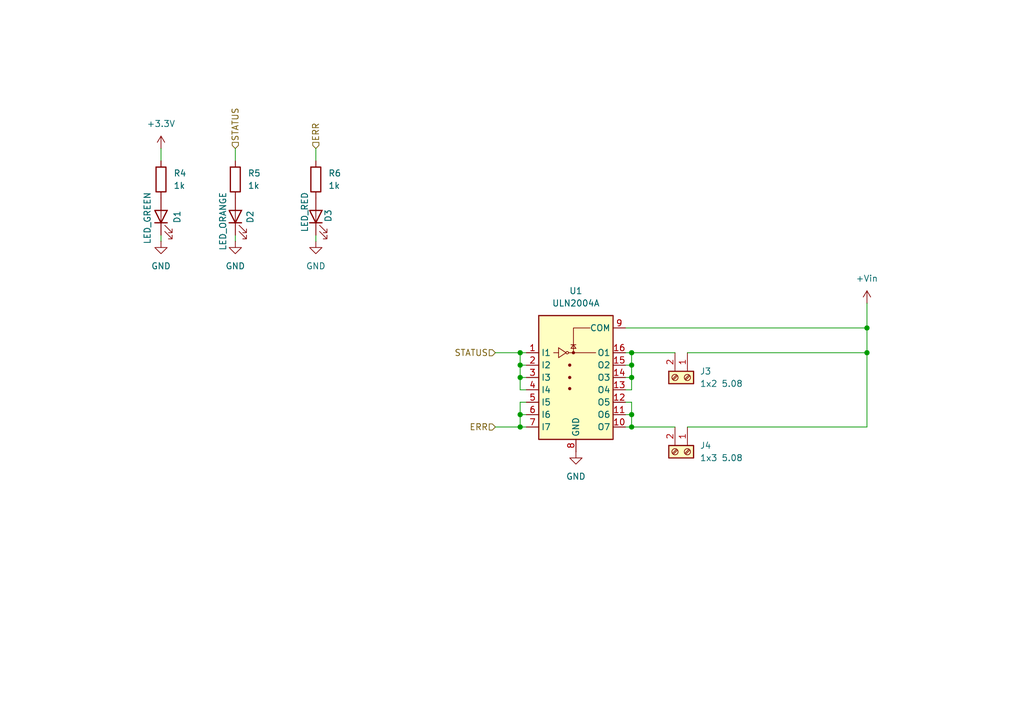
<source format=kicad_sch>
(kicad_sch (version 20250114) (generator "eeschema") (generator_version "9.0")
  (paper "A5")
  (lib_symbols
    (symbol "Connector:Screw_Terminal_01x02" (pin_names (offset 1.016) (hide yes))
      (property "Reference" "J" (at 0 2.54 0))
      (property "Value" "Screw_Terminal_01x02" (at 0 -5.08 0))
      (symbol "Screw_Terminal_01x02_1_1"
        (rectangle (start -1.27 1.27) (end 1.27 -3.81) (stroke (width 0.254)) (fill (type background)))
        (polyline (pts (xy -0.5334 0.3302) (xy 0.3302 -0.508)) (stroke (width 0.1524)))
        (polyline (pts (xy -0.5334 -2.2098) (xy 0.3302 -3.048)) (stroke (width 0.1524)))
        (polyline (pts (xy -0.3556 0.508) (xy 0.508 -0.3302)) (stroke (width 0.1524)))
        (polyline (pts (xy -0.3556 -2.032) (xy 0.508 -2.8702)) (stroke (width 0.1524)))
        (circle (center 0 0) (radius 0.635) (stroke (width 0.1524)))
        (circle (center 0 -2.54) (radius 0.635) (stroke (width 0.1524)))
        (pin passive line (at -5.08 0 0) (length 3.81) (name "Pin_1") (number "1"))
        (pin passive line (at -5.08 -2.54 0) (length 3.81) (name "Pin_2") (number "2"))
      )
    )
    (symbol "Device:LED" (pin_numbers (hide yes)) (pin_names (offset 1.016) (hide yes))
      (property "Reference" "D" (at 0 2.54 0))
      (property "Value" "LED" (at 0 -2.54 0))
      (symbol "LED_0_1"
        (polyline (pts (xy -3.048 -0.762) (xy -4.572 -2.286) (xy -3.81 -2.286) (xy -4.572 -2.286) (xy -4.572 -1.524)))
        (polyline (pts (xy -1.778 -0.762) (xy -3.302 -2.286) (xy -2.54 -2.286) (xy -3.302 -2.286) (xy -3.302 -1.524)))
        (polyline (pts (xy -1.27 0) (xy 1.27 0)))
        (polyline (pts (xy -1.27 -1.27) (xy -1.27 1.27)) (stroke (width 0.254)))
        (polyline (pts (xy 1.27 -1.27) (xy 1.27 1.27) (xy -1.27 0) (xy 1.27 -1.27)) (stroke (width 0.254)))
      )
      (symbol "LED_1_1"
        (pin passive line (at -3.81 0 0) (length 2.54) (name "K") (number "1"))
        (pin passive line (at 3.81 0 180) (length 2.54) (name "A") (number "2"))
      )
    )
    (symbol "Device:R" (pin_numbers (hide yes)) (pin_names (offset 0))
      (property "Reference" "R" (at 2.032 0 90))
      (property "Value" "R" (at 0 0 90))
      (symbol "R_0_1"
        (rectangle (start -1.016 -2.54) (end 1.016 2.54) (stroke (width 0.254)))
      )
      (symbol "R_1_1"
        (pin passive line (at 0 3.81 270) (length 1.27) (name "~") (number "1"))
        (pin passive line (at 0 -3.81 90) (length 1.27) (name "~") (number "2"))
      )
    )
    (symbol "Transistor_Array:ULN2004A"
      (property "Reference" "U" (at 0 15.875 0))
      (property "Value" "ULN2004A" (at 0 13.97 0))
      (symbol "ULN2004A_0_1"
        (rectangle (start -7.62 -12.7) (end 7.62 12.7) (stroke (width 0.254)) (fill (type background)))
        (polyline (pts (xy -4.572 5.08) (xy -3.556 5.08)))
        (polyline (pts (xy -3.556 6.096) (xy -3.556 4.064) (xy -2.032 5.08) (xy -3.556 6.096)))
        (circle (center -1.778 5.08) (radius 0.254))
        (polyline (pts (xy -1.524 5.08) (xy 4.064 5.08)))
        (circle (center -1.27 2.54) (radius 0.254) (fill (type outline)))
        (circle (center -1.27 0) (radius 0.254) (fill (type outline)))
        (circle (center -1.27 -2.286) (radius 0.254) (fill (type outline)))
        (circle (center -0.508 5.08) (radius 0.254) (fill (type outline)))
        (polyline (pts (xy -0.508 5.08) (xy -0.508 10.16) (xy 2.921 10.16)))
        (polyline (pts (xy 0 6.731) (xy -1.016 6.731)))
        (polyline (pts (xy 0 5.969) (xy -1.016 5.969) (xy -0.508 6.731) (xy 0 5.969)))
      )
      (symbol "ULN2004A_1_1"
        (pin input line (at -10.16 5.08 0) (length 2.54) (name "I1") (number "1"))
        (pin input line (at -10.16 2.54 0) (length 2.54) (name "I2") (number "2"))
        (pin input line (at -10.16 0 0) (length 2.54) (name "I3") (number "3"))
        (pin input line (at -10.16 -2.54 0) (length 2.54) (name "I4") (number "4"))
        (pin input line (at -10.16 -5.08 0) (length 2.54) (name "I5") (number "5"))
        (pin input line (at -10.16 -7.62 0) (length 2.54) (name "I6") (number "6"))
        (pin input line (at -10.16 -10.16 0) (length 2.54) (name "I7") (number "7"))
        (pin power_in line (at 0 -15.24 90) (length 2.54) (name "GND") (number "8"))
        (pin passive line (at 10.16 10.16 180) (length 2.54) (name "COM") (number "9"))
        (pin open_collector line (at 10.16 5.08 180) (length 2.54) (name "O1") (number "16"))
        (pin open_collector line (at 10.16 2.54 180) (length 2.54) (name "O2") (number "15"))
        (pin open_collector line (at 10.16 0 180) (length 2.54) (name "O3") (number "14"))
        (pin open_collector line (at 10.16 -2.54 180) (length 2.54) (name "O4") (number "13"))
        (pin open_collector line (at 10.16 -5.08 180) (length 2.54) (name "O5") (number "12"))
        (pin open_collector line (at 10.16 -7.62 180) (length 2.54) (name "O6") (number "11"))
        (pin open_collector line (at 10.16 -10.16 180) (length 2.54) (name "O7") (number "10"))
      )
    )
    (symbol "power:+5V" (power) (pin_numbers (hide yes)) (pin_names (offset 0) (hide yes))
      (property "Value" "+5V" (at 0 3.556 0))
      (symbol "+5V_0_1"
        (polyline (pts (xy -0.762 1.27) (xy 0 2.54)))
        (polyline (pts (xy 0 2.54) (xy 0.762 1.27)))
        (polyline (pts (xy 0 0) (xy 0 2.54)))
      )
      (symbol "+5V_1_1"
        (pin power_in line (at 0 0 90) (length 0) (name "~") (number "1"))
      )
    )
    (symbol "power:GND" (power) (pin_numbers (hide yes)) (pin_names (offset 0) (hide yes))
      (property "Value" "GND" (at 0 -3.81 0))
      (symbol "GND_0_1"
        (polyline (pts (xy 0 0) (xy 0 -1.27) (xy 1.27 -1.27) (xy 0 -2.54) (xy -1.27 -1.27) (xy 0 -1.27)))
      )
      (symbol "GND_1_1"
        (pin power_in line (at 0 0 270) (length 0) (name "~") (number "1"))
      )
    )
    (symbol "power:VCC" (power) (pin_numbers (hide yes)) (pin_names (offset 0) (hide yes))
      (property "Value" "VCC" (at 0 3.556 0))
      (symbol "VCC_0_1"
        (polyline (pts (xy -0.762 1.27) (xy 0 2.54)))
        (polyline (pts (xy 0 2.54) (xy 0.762 1.27)))
        (polyline (pts (xy 0 0) (xy 0 2.54)))
      )
      (symbol "VCC_1_1"
        (pin power_in line (at 0 0 90) (length 0) (name "~") (number "1"))
      )
    )
  )
  (junction (at 106.68 87.63))
  (junction (at 177.8 72.39))
  (junction (at 106.68 74.93))
  (junction (at 106.68 85.09))
  (junction (at 129.54 87.63))
  (junction (at 106.68 77.47))
  (junction (at 106.68 72.39))
  (junction (at 129.54 72.39))
  (junction (at 177.8 67.31))
  (junction (at 129.54 77.47))
  (junction (at 129.54 74.93))
  (junction (at 129.54 85.09))
  (wire (pts (xy 101.6 72.39) (xy 106.68 72.39)))
  (wire (pts (xy 129.54 72.39) (xy 138.43 72.39)))
  (wire (pts (xy 140.97 72.39) (xy 177.8 72.39)))
  (wire (pts (xy 177.8 72.39) (xy 177.8 87.63)))
  (wire (pts (xy 129.54 82.55) (xy 129.54 85.09)))
  (wire (pts (xy 106.68 82.55) (xy 106.68 85.09)))
  (wire (pts (xy 106.68 74.93) (xy 106.68 72.39)))
  (wire (pts (xy 33.02 48.26) (xy 33.02 49.53)))
  (wire (pts (xy 140.97 87.63) (xy 177.8 87.63)))
  (wire (pts (xy 128.27 85.09) (xy 129.54 85.09)))
  (wire (pts (xy 128.27 77.47) (xy 129.54 77.47)))
  (wire (pts (xy 48.26 48.26) (xy 48.26 49.53)))
  (wire (pts (xy 129.54 77.47) (xy 129.54 80.01)))
  (wire (pts (xy 101.6 87.63) (xy 106.68 87.63)))
  (wire (pts (xy 129.54 72.39) (xy 129.54 74.93)))
  (wire (pts (xy 106.68 87.63) (xy 107.95 87.63)))
  (wire (pts (xy 107.95 85.09) (xy 106.68 85.09)))
  (wire (pts (xy 107.95 80.01) (xy 106.68 80.01)))
  (wire (pts (xy 107.95 74.93) (xy 106.68 74.93)))
  (wire (pts (xy 129.54 87.63) (xy 138.43 87.63)))
  (wire (pts (xy 177.8 62.23) (xy 177.8 67.31)))
  (wire (pts (xy 106.68 85.09) (xy 106.68 87.63)))
  (wire (pts (xy 177.8 72.39) (xy 177.8 67.31)))
  (wire (pts (xy 106.68 77.47) (xy 106.68 80.01)))
  (wire (pts (xy 128.27 67.31) (xy 177.8 67.31)))
  (wire (pts (xy 64.77 30.48) (xy 64.77 33.02)))
  (wire (pts (xy 106.68 72.39) (xy 107.95 72.39)))
  (wire (pts (xy 106.68 77.47) (xy 106.68 74.93)))
  (wire (pts (xy 48.26 30.48) (xy 48.26 33.02)))
  (wire (pts (xy 128.27 72.39) (xy 129.54 72.39)))
  (wire (pts (xy 129.54 77.47) (xy 129.54 74.93)))
  (wire (pts (xy 128.27 74.93) (xy 129.54 74.93)))
  (wire (pts (xy 107.95 82.55) (xy 106.68 82.55)))
  (wire (pts (xy 107.95 77.47) (xy 106.68 77.47)))
  (wire (pts (xy 129.54 85.09) (xy 129.54 87.63)))
  (wire (pts (xy 128.27 82.55) (xy 129.54 82.55)))
  (wire (pts (xy 64.77 48.26) (xy 64.77 49.53)))
  (wire (pts (xy 33.02 30.48) (xy 33.02 33.02)))
  (wire (pts (xy 128.27 80.01) (xy 129.54 80.01)))
  (wire (pts (xy 128.27 87.63) (xy 129.54 87.63)))
  (hierarchical_label "ERR" (shape input) (at 64.77 30.48 90))
  (hierarchical_label "ERR" (shape input) (at 101.6 87.63 180))
  (hierarchical_label "STATUS" (shape input) (at 101.6 72.39 180))
  (hierarchical_label "STATUS" (shape input) (at 48.26 30.48 90))
  (symbol (lib_id "power:+5V") (at 33.02 30.48 0) (unit 1)
    (property "Reference" "#PWR015" (effects (hide yes)))
    (property "Value" "+3.3V" (at 33.02 25.4 0))
    (property "Description" "Power symbol creates a global label with name \"+5V\"" (effects (hide yes)))
  )
  (symbol (lib_id "Connector:Screw_Terminal_01x02") (at 140.97 92.71 270) (unit 1)
    (property "Reference" "J4" (at 143.51 91.4399 90) (effects (justify left)))
    (property "Value" "1x3 5.08" (at 143.51 93.9799 90) (effects (justify left)))
    (property "Footprint" "TerminalBlock_MetzConnect:TerminalBlock_MetzConnect_Type101_RT01602HBWC_1x02_P5.08mm_Horizontal" (effects (hide yes)))
    (property "Description" "CUSTOM" (effects (hide yes)))
    (property "Manufacturer Part Number" "TB0012-508-03GR" (effects (hide yes)))
    (property "Mouser number" " 179-TB0012-508-03GR" (effects (hide yes)))
  )
  (symbol (lib_id "Device:R") (at 33.02 36.83 0) (unit 1)
    (property "Reference" "R4" (at 35.56 35.5599 0) (effects (justify left)))
    (property "Value" "1k" (at 35.56 38.0999 0) (effects (justify left)))
    (property "Footprint" "Resistor_SMD:R_0603_1608Metric_Pad0.98x0.95mm_HandSolder" (effects (hide yes)))
    (property "Description" "ULM" (effects (hide yes)))
    (property "Manufacturer Part Number" "RC0603FR-071KL" (effects (hide yes)))
    (property "Mouser number" "603-RC0603FR-071KL" (effects (hide yes)))
    (property "Ullmanna Part Number" "BMCR0176" (effects (hide yes)))
  )
  (symbol (lib_id "power:GND") (at 118.11 92.71 0) (unit 1)
    (property "Reference" "#PWR06" (effects (hide yes)))
    (property "Value" "GND" (at 118.11 97.79 0))
    (property "Description" "Power symbol creates a global label with name \"GND\" , ground" (effects (hide yes)))
  )
  (symbol (lib_id "Device:LED") (at 48.26 44.45 90) (unit 1)
    (property "Reference" "D2" (at 51.308 43.18 0) (effects (justify right)))
    (property "Value" "LED_ORANGE" (at 45.72 39.37 0) (effects (justify right)))
    (property "Footprint" "LED_SMD:LED_0805_2012Metric_Pad1.15x1.40mm_HandSolder" (effects (hide yes)))
    (property "Description" "ULM" (effects (hide yes)))
    (property "Manufacturer Part Number" "APTD2012LSYCK " (effects (hide yes)))
    (property "Mouser number" "604-APTD2012LSYCK " (effects (hide yes)))
    (property "Ullmanna Part Number" "BMCLED103 " (effects (hide yes)))
  )
  (symbol (lib_id "power:GND") (at 33.02 49.53 0) (unit 1)
    (property "Reference" "#PWR08" (effects (hide yes)))
    (property "Value" "GND" (at 33.02 54.61 0))
    (property "Description" "Power symbol creates a global label with name \"GND\" , ground" (effects (hide yes)))
  )
  (symbol (lib_id "Device:LED") (at 64.77 44.45 90) (unit 1)
    (property "Reference" "D3" (at 67.31 42.926 0) (effects (justify right)))
    (property "Value" "LED_RED" (at 62.484 39.37 0) (effects (justify right)))
    (property "Footprint" "LED_SMD:LED_0805_2012Metric_Pad1.15x1.40mm_HandSolder" (effects (hide yes)))
    (property "Description" "ULM" (effects (hide yes)))
    (property "Manufacturer Part Number" "APTD2012LSURCK " (effects (hide yes)))
    (property "Mouser number" "604-APTD2012LSURCK " (effects (hide yes)))
    (property "Ullmanna Part Number" "BMCLED104 " (effects (hide yes)))
  )
  (symbol (lib_id "Device:R") (at 64.77 36.83 0) (unit 1)
    (property "Reference" "R6" (at 67.31 35.5599 0) (effects (justify left)))
    (property "Value" "1k" (at 67.31 38.0999 0) (effects (justify left)))
    (property "Footprint" "Resistor_SMD:R_0603_1608Metric_Pad0.98x0.95mm_HandSolder" (effects (hide yes)))
    (property "Description" "ULM" (effects (hide yes)))
    (property "Manufacturer Part Number" "RC0603FR-071KL" (effects (hide yes)))
    (property "Mouser number" "603-RC0603FR-071KL" (effects (hide yes)))
    (property "Ullmanna Part Number" "BMCR0176" (effects (hide yes)))
  )
  (symbol (lib_id "Device:R") (at 48.26 36.83 0) (unit 1)
    (property "Reference" "R5" (at 50.8 35.5599 0) (effects (justify left)))
    (property "Value" "1k" (at 50.8 38.0999 0) (effects (justify left)))
    (property "Footprint" "Resistor_SMD:R_0603_1608Metric_Pad0.98x0.95mm_HandSolder" (effects (hide yes)))
    (property "Description" "ULM" (effects (hide yes)))
    (property "Manufacturer Part Number" "RC0603FR-071KL" (effects (hide yes)))
    (property "Mouser number" "603-RC0603FR-071KL" (effects (hide yes)))
    (property "Ullmanna Part Number" "BMCR0176" (effects (hide yes)))
  )
  (symbol (lib_id "Connector:Screw_Terminal_01x02") (at 140.97 77.47 270) (unit 1)
    (property "Reference" "J3" (at 143.51 76.1999 90) (effects (justify left)))
    (property "Value" "1x2 5.08" (at 143.51 78.7399 90) (effects (justify left)))
    (property "Footprint" "TerminalBlock_MetzConnect:TerminalBlock_MetzConnect_Type101_RT01602HBWC_1x02_P5.08mm_Horizontal" (effects (hide yes)))
    (property "Description" "CUSTOM" (effects (hide yes)))
    (property "Manufacturer Part Number" "TB0012-508-02GR" (effects (hide yes)))
    (property "Mouser number" "179-TB0012-508-02GR" (effects (hide yes)))
  )
  (symbol (lib_id "power:GND") (at 48.26 49.53 0) (unit 1)
    (property "Reference" "#PWR09" (effects (hide yes)))
    (property "Value" "GND" (at 48.26 54.61 0))
    (property "Description" "Power symbol creates a global label with name \"GND\" , ground" (effects (hide yes)))
  )
  (symbol (lib_id "power:GND") (at 64.77 49.53 0) (unit 1)
    (property "Reference" "#PWR010" (effects (hide yes)))
    (property "Value" "GND" (at 64.77 54.61 0))
    (property "Description" "Power symbol creates a global label with name \"GND\" , ground" (effects (hide yes)))
  )
  (symbol (lib_id "power:VCC") (at 177.8 62.23 0) (unit 1)
    (property "Reference" "#PWR07" (effects (hide yes)))
    (property "Value" "+Vin" (at 177.8 57.15 0))
    (property "Description" "Power symbol creates a global label with name \"VCC\"" (effects (hide yes)))
  )
  (symbol (lib_id "Transistor_Array:ULN2004A") (at 118.11 77.47 0) (unit 1)
    (property "Reference" "U1" (at 118.11 59.69 0))
    (property "Value" "ULN2004A" (at 118.11 62.23 0))
    (property "Footprint" "Package_SO:SOIC-16W_5.3x10.2mm_P1.27mm" (effects (hide yes)))
    (property "Datasheet" "http://www.ti.com/lit/ds/symlink/uln2003a.pdf" (effects (hide yes)))
    (property "Description" "CUSTOM" (effects (hide yes)))
    (property "Manufacturer Part Number" "ULN2004ADR " (effects (hide yes)))
    (property "Mouser number" "595-ULN2004ADR" (effects (hide yes)))
  )
  (symbol (lib_id "Device:LED") (at 33.02 44.45 90) (unit 1)
    (property "Reference" "D1" (at 36.322 43.18 0) (effects (justify right)))
    (property "Value" "LED_GREEN" (at 30.226 39.37 0) (effects (justify right)))
    (property "Footprint" "LED_SMD:LED_0805_2012Metric_Pad1.15x1.40mm_HandSolder" (effects (hide yes)))
    (property "Description" "ULM" (effects (hide yes)))
    (property "Manufacturer Part Number" "APTD2012LCGCK " (effects (hide yes)))
    (property "Mouser number" "604-APTD2012LCGCK " (effects (hide yes)))
    (property "Ullmanna Part Number" "BMCLED102 " (effects (hide yes)))
  )
)
</source>
